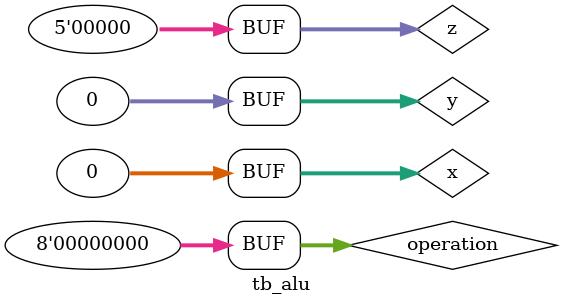
<source format=v>
`timescale 1ps/1ps

module tb_alu;
reg [31:0]x;
reg [31:0]y;
reg [4:0]z;
wire [31:0]result;
wire overflow;
reg [7:0]operation;

alu test(result,x,y,z,operation,overflow);
initial begin
x=32'b0;y=32'b0;z=5'b0;operation=4'b0;
//parameter 
//		ADD=8'b00100000,           
//		SUB=8'b00100010,			  
//		AND=8'b00100100,			  
//		OR=8'b00100101,	  
//		XOR=8'b00100110,			  
//		SLL=8'b01111100,         
//		SRL=8'b00000010,			  
//		NO=8'b00011111,			  
//		SRA=8'b00000011;

//		DIV=8'b00011010,          
//		MUL=8'b10101001,	
#100 x=32'b11111111111111111111111111111111;y=32'b11111111111111111111111111110000;z=5'b00000;operation=8'b00100000;
#100 x=32'b10000010010100011110100110010010;y=32'b01000100100010100110001000101000;z=5'b00000;operation=8'b00100010;
#100 x=32'b10000010011111010011010111111100;y=32'b11010011011000011010010111100101;z=5'b00000;operation=8'b00100100;
#100 x=32'b11000000001100001111010111000011;y=32'b01111010000001100001110100010001;z=5'b00000;operation=8'b00100101;
#100 x=32'b00010011011000010111011011011110;y=32'b11011110010101011010001001100110;z=5'b00000;operation=8'b00100110;
#100 x=32'b10010001110110010011010110001000;y=32'b0;z=5'b00011;operation=8'b01111100;
#100 x=32'b11010011010101100110111001010101;y=32'b0;z=5'b00110;operation=8'b00000010;
#100 x=32'b11010011010101100110111001010101;y=32'b0;z=5'b00000;operation=8'b00011111;
#100 x=32'b11010011010101100110111001010101;y=32'b0;z=5'b00010;operation=8'b00000011;

#100 x=-123;y=123;operation=8'b00111111;
#100 x=-123;y=-123;
#100 x=123;y=-123;
#100 x=123;y=123;operation=8'b01111111;
#100 x=121;y=123;
#100 x=0;y=0;z=0;operation=0;
//x=32'd120;y=32'b0;z=5'd2;operation=8'b00001111	;
end

endmodule
`default_nettype wire

</source>
